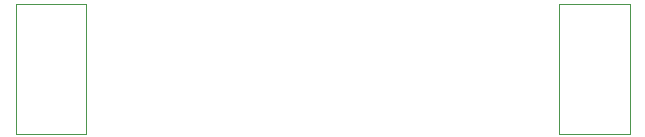
<source format=gbr>
%TF.GenerationSoftware,Altium Limited,Altium Designer,22.5.1 (42)*%
G04 Layer_Color=9597184*
%FSLAX26Y26*%
%MOIN*%
%TF.SameCoordinates,79F18A81-A5BF-4171-AD75-6FA3A7A6B408*%
%TF.FilePolarity,Positive*%
%TF.FileFunction,Coverlay,FlexDC_Bottom_Coverlay_(Flex)*%
%TF.Part,Single*%
G01*
G75*
%TA.AperFunction,Profile*%
%ADD156C,0.001000*%
D156*
X7283465Y3503936D02*
X7047244D01*
Y3937008D01*
X7283465D01*
Y3503936D01*
X9094489D02*
X8858267D01*
Y3937008D01*
X9094489D01*
Y3503936D01*
%TF.MD5,84c3d9d3e328f9d33335b0a2ced2f967*%
M02*

</source>
